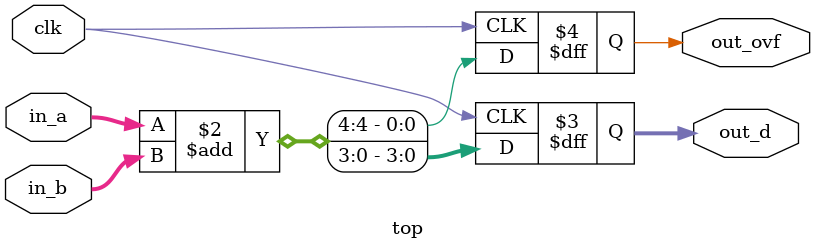
<source format=v>
module top #(
   parameter BITWIDTH = 4
)(
	input clk,
	input [BITWIDTH-1:0] in_a,
	input [BITWIDTH-1:0] in_b,
	output reg [BITWIDTH-1:0] out_d,
	output reg out_ovf
);
	always @ (posedge clk) begin
		{out_ovf, out_d} <= in_a + in_b;
	end
endmodule
</source>
